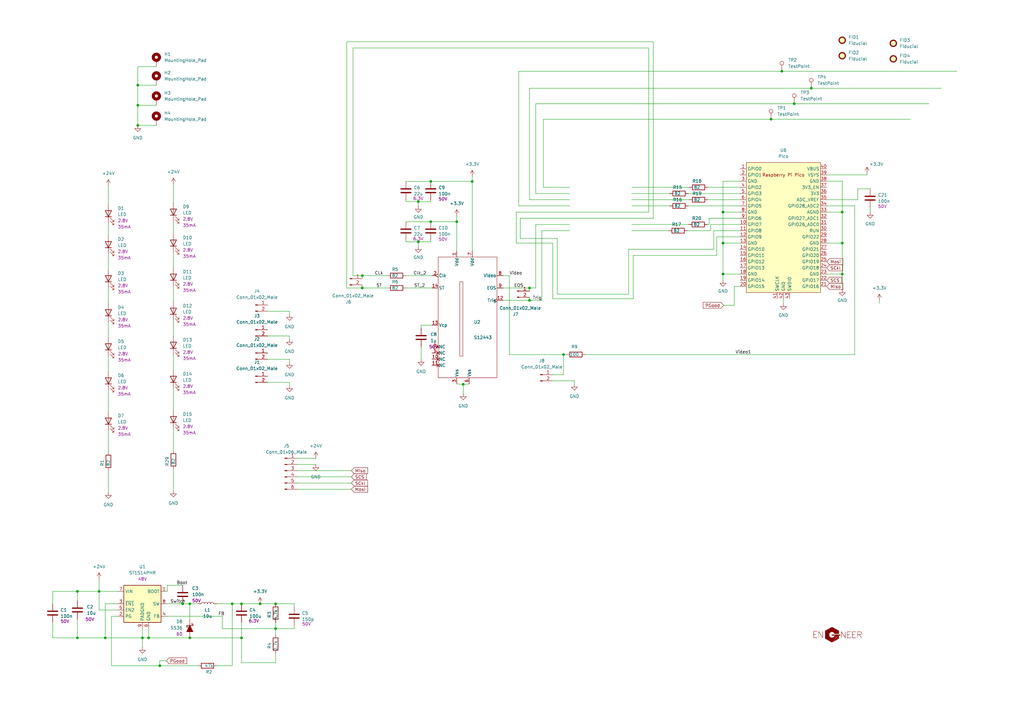
<source format=kicad_sch>
(kicad_sch (version 20211123) (generator eeschema)
  (paper "A3")
  (title_block (title "High Precision Position Sensor Minimal") (date "2023-03-10") (rev "1") (company "enGYneer") (comment 2 "www.gyurma.de") (comment 3 "www.enGYneer.at"))
  (junction (at 113.03 247.65))
  (junction (at 345.44 86.995))
  (junction (at 148.59 113.03))
  (junction (at 193.675 74.422))
  (junction (at 296.545 86.995))
  (junction (at 217.17 118.11))
  (junction (at 113.03 257.81))
  (junction (at 56.515 43.18))
  (junction (at 316.23 48.895))
  (junction (at 99.06 261.62))
  (junction (at 106.68 247.65))
  (junction (at 320.675 29.21))
  (junction (at 58.42 261.62))
  (junction (at 60.96 261.62))
  (junction (at 187.325 90.932))
  (junction (at 345.44 112.395))
  (junction (at 296.545 99.695))
  (junction (at 231.14 145.415))
  (junction (at 99.06 247.65))
  (junction (at 31.75 242.57))
  (junction (at 325.755 42.545))
  (junction (at 171.577 99.187))
  (junction (at 189.992 157.607))
  (junction (at 77.851 247.65))
  (junction (at 176.657 74.422))
  (junction (at 43.18 261.62))
  (junction (at 95.25 247.65))
  (junction (at 74.93 247.65))
  (junction (at 148.59 118.11))
  (junction (at 77.851 261.62))
  (junction (at 56.515 34.925))
  (junction (at 56.515 51.435))
  (junction (at 31.75 261.62))
  (junction (at 332.74 36.195))
  (junction (at 65.532 273.05))
  (junction (at 217.17 123.19))
  (junction (at 40.64 242.57))
  (junction (at 296.545 112.395))
  (junction (at 345.44 99.695))
  (junction (at 176.657 90.932))
  (junction (at 171.577 82.677))
  (wire (pts (xy 208.915 145.415) (xy 231.14 145.415)))
  (wire (pts (xy 77.851 261.62) (xy 99.06 261.62)))
  (wire (pts (xy 345.44 99.695) (xy 339.09 99.695)))
  (wire (pts (xy 44.45 118.11) (xy 44.45 124.46)))
  (wire (pts (xy 121.92 190.5) (xy 129.54 190.5)))
  (wire (pts (xy 176.657 99.187) (xy 171.577 99.187)))
  (wire (pts (xy 44.45 132.08) (xy 44.45 138.43)))
  (wire (pts (xy 64.135 51.435) (xy 56.515 51.435)))
  (wire (pts (xy 296.545 86.995) (xy 303.53 86.995)))
  (wire (pts (xy 148.59 118.11) (xy 158.877 118.11)))
  (wire (pts (xy 71.12 145.415) (xy 71.12 151.765)))
  (wire (pts (xy 113.03 267.97) (xy 113.03 271.78)))
  (wire (pts (xy 21.59 242.57) (xy 31.75 242.57)))
  (wire (pts (xy 296.545 112.395) (xy 303.53 112.395)))
  (wire (pts (xy 320.675 29.21) (xy 212.725 29.21)))
  (wire (pts (xy 56.515 51.435) (xy 56.515 43.18)))
  (wire (pts (xy 211.709 86.995) (xy 211.709 99.695)))
  (wire (pts (xy 219.71 92.075) (xy 219.71 118.11)))
  (wire (pts (xy 290.83 92.075) (xy 290.83 89.535)))
  (wire (pts (xy 172.72 134.62) (xy 172.72 133.35)))
  (wire (pts (xy 95.25 247.65) (xy 95.25 273.05)))
  (wire (pts (xy 226.695 153.67) (xy 231.14 153.67)))
  (wire (pts (xy 259.08 79.375) (xy 274.701 79.375)))
  (wire (pts (xy 71.12 192.405) (xy 71.12 201.295)))
  (wire (pts (xy 189.992 161.417) (xy 189.992 157.607)))
  (wire (pts (xy 21.59 261.62) (xy 31.75 261.62)))
  (wire (pts (xy 321.31 122.555) (xy 321.31 124.46)))
  (wire (pts (xy 144.78 19.685) (xy 266.065 19.685)))
  (wire (pts (xy 350.52 84.455) (xy 350.52 145.415)))
  (wire (pts (xy 60.96 257.81) (xy 60.96 261.62)))
  (wire (pts (xy 325.755 42.545) (xy 219.71 42.545)))
  (wire (pts (xy 109.855 147.32) (xy 118.745 147.32)))
  (wire (pts (xy 31.75 242.57) (xy 40.64 242.57)))
  (wire (pts (xy 148.59 113.03) (xy 148.59 114.3)))
  (wire (pts (xy 118.745 128.905) (xy 118.745 127.635)))
  (wire (pts (xy 109.855 156.845) (xy 118.745 156.845)))
  (wire (pts (xy 294.005 97.155) (xy 294.005 104.775)))
  (wire (pts (xy 31.75 246.38) (xy 31.75 242.57)))
  (wire (pts (xy 40.64 242.57) (xy 40.64 250.19)))
  (wire (pts (xy 291.465 92.075) (xy 303.53 92.075)))
  (wire (pts (xy 345.44 112.395) (xy 345.44 99.695)))
  (wire (pts (xy 217.17 118.11) (xy 219.71 118.11)))
  (wire (pts (xy 40.64 237.49) (xy 40.64 242.57)))
  (wire (pts (xy 211.709 86.995) (xy 266.065 86.995)))
  (wire (pts (xy 187.325 88.519) (xy 187.325 90.932)))
  (wire (pts (xy 257.81 102.235) (xy 257.81 120.65)))
  (wire (pts (xy 77.851 247.65) (xy 81.28 247.65)))
  (wire (pts (xy 99.06 271.78) (xy 99.06 261.62)))
  (wire (pts (xy 303.53 94.615) (xy 292.735 94.615)))
  (wire (pts (xy 172.72 133.35) (xy 177.165 133.35)))
  (wire (pts (xy 259.715 122.555) (xy 259.715 104.775)))
  (wire (pts (xy 120.65 257.81) (xy 113.03 257.81)))
  (wire (pts (xy 228.6 120.65) (xy 228.6 97.79)))
  (wire (pts (xy 45.72 252.73) (xy 48.26 252.73)))
  (wire (pts (xy 222.25 123.19) (xy 217.17 123.19)))
  (wire (pts (xy 176.657 98.552) (xy 176.657 99.187)))
  (wire (pts (xy 345.44 99.695) (xy 345.44 86.995)))
  (wire (pts (xy 189.992 157.607) (xy 192.405 157.48)))
  (wire (pts (xy 58.42 261.62) (xy 60.96 261.62)))
  (wire (pts (xy 142.24 118.11) (xy 148.59 118.11)))
  (wire (pts (xy 187.325 102.87) (xy 187.325 90.932)))
  (wire (pts (xy 176.657 82.042) (xy 176.657 82.677)))
  (wire (pts (xy 226.695 122.555) (xy 259.715 122.555)))
  (wire (pts (xy 21.59 247.65) (xy 21.59 242.57)))
  (wire (pts (xy 226.695 99.695) (xy 226.695 122.555)))
  (wire (pts (xy 176.657 90.932) (xy 187.325 90.932)))
  (wire (pts (xy 166.497 113.03) (xy 177.165 113.03)))
  (wire (pts (xy 219.71 92.075) (xy 233.68 92.075)))
  (wire (pts (xy 68.199 271.018) (xy 65.532 271.018)))
  (wire (pts (xy 77.851 247.65) (xy 77.851 254)))
  (wire (pts (xy 113.03 257.81) (xy 113.03 260.35)))
  (wire (pts (xy 166.497 74.422) (xy 176.657 74.422)))
  (wire (pts (xy 213.36 89.535) (xy 267.97 89.535)))
  (wire (pts (xy 58.42 261.62) (xy 58.42 265.43)))
  (wire (pts (xy 44.45 146.05) (xy 44.45 152.4)))
  (wire (pts (xy 301.117 125.222) (xy 296.799 125.222)))
  (wire (pts (xy 99.06 247.65) (xy 106.68 247.65)))
  (wire (pts (xy 282.321 84.455) (xy 303.53 84.455)))
  (wire (pts (xy 171.577 84.582) (xy 171.577 82.677)))
  (wire (pts (xy 345.44 86.995) (xy 339.09 86.995)))
  (wire (pts (xy 219.71 79.375) (xy 233.68 79.375)))
  (wire (pts (xy 193.675 72.39) (xy 193.675 74.422)))
  (wire (pts (xy 231.14 145.415) (xy 231.14 153.67)))
  (wire (pts (xy 121.92 195.58) (xy 144.145 195.58)))
  (wire (pts (xy 120.65 256.54) (xy 120.65 257.81)))
  (wire (pts (xy 88.9 273.05) (xy 95.25 273.05)))
  (wire (pts (xy 356.87 85.09) (xy 356.87 86.995)))
  (wire (pts (xy 339.09 71.755) (xy 355.6 71.755)))
  (wire (pts (xy 303.53 97.155) (xy 294.005 97.155)))
  (wire (pts (xy 158.877 113.03) (xy 148.59 113.03)))
  (wire (pts (xy 171.577 101.092) (xy 171.577 99.187)))
  (wire (pts (xy 206.375 118.11) (xy 217.17 118.11)))
  (wire (pts (xy 144.78 113.03) (xy 144.78 19.685)))
  (wire (pts (xy 172.72 142.24) (xy 172.72 147.32)))
  (wire (pts (xy 71.12 131.445) (xy 71.12 137.795)))
  (wire (pts (xy 56.515 27.305) (xy 56.515 34.925)))
  (wire (pts (xy 259.715 104.775) (xy 294.005 104.775)))
  (wire (pts (xy 91.186 257.81) (xy 91.186 252.73)))
  (wire (pts (xy 217.17 36.195) (xy 332.74 36.195)))
  (wire (pts (xy 71.12 90.805) (xy 71.12 95.885)))
  (wire (pts (xy 64.135 27.305) (xy 56.515 27.305)))
  (wire (pts (xy 259.08 81.915) (xy 282.702 81.915)))
  (wire (pts (xy 113.03 271.78) (xy 99.06 271.78)))
  (wire (pts (xy 166.497 118.11) (xy 177.165 118.11)))
  (wire (pts (xy 58.42 257.81) (xy 58.42 261.62)))
  (wire (pts (xy 44.45 176.53) (xy 44.45 185.42)))
  (wire (pts (xy 219.71 42.545) (xy 219.71 79.375)))
  (wire (pts (xy 350.52 84.455) (xy 339.09 84.455)))
  (wire (pts (xy 360.68 123.19) (xy 360.68 124.46)))
  (wire (pts (xy 148.59 113.03) (xy 144.78 113.03)))
  (wire (pts (xy 291.465 94.615) (xy 291.465 92.075)))
  (wire (pts (xy 259.08 76.835) (xy 282.702 76.835)))
  (wire (pts (xy 267.97 17.145) (xy 142.24 17.145)))
  (wire (pts (xy 148.59 116.84) (xy 148.59 118.11)))
  (wire (pts (xy 64.135 43.18) (xy 56.515 43.18)))
  (wire (pts (xy 290.195 92.075) (xy 290.83 92.075)))
  (wire (pts (xy 88.9 247.65) (xy 95.25 247.65)))
  (wire (pts (xy 44.45 160.02) (xy 44.45 168.91)))
  (wire (pts (xy 44.45 193.04) (xy 44.45 201.93)))
  (wire (pts (xy 44.45 104.14) (xy 44.45 110.49)))
  (wire (pts (xy 296.545 114.935) (xy 296.545 112.395)))
  (wire (pts (xy 74.93 247.65) (xy 77.851 247.65)))
  (wire (pts (xy 240.03 145.415) (xy 350.52 145.415)))
  (wire (pts (xy 345.44 118.745) (xy 345.44 112.395)))
  (wire (pts (xy 113.03 255.27) (xy 113.03 257.81)))
  (wire (pts (xy 282.321 79.375) (xy 303.53 79.375)))
  (wire (pts (xy 345.44 112.395) (xy 339.09 112.395)))
  (wire (pts (xy 217.17 123.19) (xy 206.375 123.19)))
  (wire (pts (xy 356.87 77.47) (xy 351.79 77.47)))
  (wire (pts (xy 267.97 89.535) (xy 267.97 17.145)))
  (wire (pts (xy 316.23 48.895) (xy 222.885 48.895)))
  (wire (pts (xy 118.745 139.065) (xy 118.745 137.795)))
  (wire (pts (xy 68.58 247.65) (xy 74.93 247.65)))
  (wire (pts (xy 71.12 159.385) (xy 71.12 168.275)))
  (wire (pts (xy 166.497 82.677) (xy 166.497 82.042)))
  (wire (pts (xy 65.532 273.05) (xy 81.28 273.05)))
  (wire (pts (xy 292.735 94.615) (xy 292.735 102.235)))
  (wire (pts (xy 296.545 99.695) (xy 303.53 99.695)))
  (wire (pts (xy 60.96 261.62) (xy 77.851 261.62)))
  (wire (pts (xy 303.53 117.475) (xy 301.117 117.475)))
  (wire (pts (xy 171.577 82.677) (xy 166.497 82.677)))
  (wire (pts (xy 142.24 17.145) (xy 142.24 118.11)))
  (wire (pts (xy 21.59 255.27) (xy 21.59 261.62)))
  (wire (pts (xy 292.735 102.235) (xy 257.81 102.235)))
  (wire (pts (xy 226.695 156.21) (xy 235.585 156.21)))
  (wire (pts (xy 71.12 75.565) (xy 71.12 83.185)))
  (wire (pts (xy 211.709 99.695) (xy 226.695 99.695)))
  (wire (pts (xy 68.58 242.57) (xy 68.58 240.03)))
  (wire (pts (xy 217.17 81.915) (xy 217.17 36.195)))
  (wire (pts (xy 43.18 247.65) (xy 48.26 247.65)))
  (wire (pts (xy 373.38 48.895) (xy 316.23 48.895)))
  (wire (pts (xy 212.725 29.21) (xy 212.725 84.455)))
  (wire (pts (xy 31.75 254) (xy 31.75 261.62)))
  (wire (pts (xy 290.83 89.535) (xy 303.53 89.535)))
  (wire (pts (xy 171.577 99.187) (xy 166.497 99.187)))
  (wire (pts (xy 113.03 247.65) (xy 120.65 247.65)))
  (wire (pts (xy 212.725 84.455) (xy 233.68 84.455)))
  (wire (pts (xy 71.12 103.505) (xy 71.12 109.855)))
  (wire (pts (xy 208.915 113.03) (xy 208.915 145.415)))
  (wire (pts (xy 45.72 273.05) (xy 65.532 273.05)))
  (wire (pts (xy 56.515 34.925) (xy 64.135 34.925)))
  (wire (pts (xy 296.545 112.395) (xy 296.545 99.695)))
  (wire (pts (xy 166.497 99.187) (xy 166.497 98.552)))
  (wire (pts (xy 45.72 273.05) (xy 45.72 252.73)))
  (wire (pts (xy 121.92 198.12) (xy 144.145 198.12)))
  (wire (pts (xy 43.18 261.62) (xy 58.42 261.62)))
  (wire (pts (xy 259.08 84.455) (xy 274.701 84.455)))
  (wire (pts (xy 345.44 74.295) (xy 339.09 74.295)))
  (wire (pts (xy 166.497 90.932) (xy 176.657 90.932)))
  (wire (pts (xy 296.545 99.695) (xy 296.545 86.995)))
  (wire (pts (xy 351.79 81.915) (xy 339.09 81.915)))
  (wire (pts (xy 345.44 86.995) (xy 345.44 74.295)))
  (wire (pts (xy 235.585 157.48) (xy 235.585 156.21)))
  (wire (pts (xy 193.675 74.422) (xy 176.657 74.422)))
  (wire (pts (xy 296.545 74.295) (xy 303.53 74.295)))
  (wire (pts (xy 31.75 261.62) (xy 43.18 261.62)))
  (wire (pts (xy 109.855 127.635) (xy 118.745 127.635)))
  (wire (pts (xy 44.45 76.2) (xy 44.45 83.82)))
  (wire (pts (xy 43.18 247.65) (xy 43.18 261.62)))
  (wire (pts (xy 259.08 94.615) (xy 274.32 94.615)))
  (wire (pts (xy 118.745 158.115) (xy 118.745 156.845)))
  (wire (pts (xy 176.657 82.677) (xy 171.577 82.677)))
  (wire (pts (xy 40.64 242.57) (xy 48.26 242.57)))
  (wire (pts (xy 217.17 121.92) (xy 217.17 123.19)))
  (wire (pts (xy 71.12 117.475) (xy 71.12 123.825)))
  (wire (pts (xy 296.545 86.995) (xy 296.545 74.295)))
  (wire (pts (xy 222.885 76.835) (xy 233.68 76.835)))
  (wire (pts (xy 106.68 247.65) (xy 113.03 247.65)))
  (wire (pts (xy 118.745 148.59) (xy 118.745 147.32)))
  (wire (pts (xy 257.81 120.65) (xy 228.6 120.65)))
  (wire (pts (xy 290.322 76.835) (xy 303.53 76.835)))
  (wire (pts (xy 222.25 94.615) (xy 222.25 123.19)))
  (wire (pts (xy 213.36 97.79) (xy 213.36 89.535)))
  (wire (pts (xy 99.06 255.27) (xy 99.06 261.62)))
  (wire (pts (xy 95.25 247.65) (xy 99.06 247.65)))
  (wire (pts (xy 259.08 92.075) (xy 282.575 92.075)))
  (wire (pts (xy 332.74 36.195) (xy 386.08 36.195)))
  (wire (pts (xy 193.675 102.87) (xy 193.675 74.422)))
  (wire (pts (xy 233.68 94.615) (xy 222.25 94.615)))
  (wire (pts (xy 392.43 29.21) (xy 320.675 29.21)))
  (wire (pts (xy 355.6 71.755) (xy 355.6 71.12)))
  (wire (pts (xy 351.79 77.47) (xy 351.79 81.915)))
  (wire (pts (xy 48.26 250.19) (xy 40.64 250.19)))
  (wire (pts (xy 266.065 19.685) (xy 266.065 86.995)))
  (wire (pts (xy 233.68 81.915) (xy 217.17 81.915)))
  (wire (pts (xy 91.186 252.73) (xy 68.58 252.73)))
  (wire (pts (xy 217.17 118.11) (xy 217.17 119.38)))
  (wire (pts (xy 65.532 271.018) (xy 65.532 273.05)))
  (wire (pts (xy 91.186 257.81) (xy 113.03 257.81)))
  (wire (pts (xy 109.855 137.795) (xy 118.745 137.795)))
  (wire (pts (xy 290.322 81.915) (xy 303.53 81.915)))
  (wire (pts (xy 121.92 200.66) (xy 144.145 200.66)))
  (wire (pts (xy 71.12 175.895) (xy 71.12 184.785)))
  (wire (pts (xy 121.92 187.96) (xy 129.54 187.96)))
  (wire (pts (xy 381 42.545) (xy 325.755 42.545)))
  (wire (pts (xy 301.117 117.475) (xy 301.117 125.222)))
  (wire (pts (xy 228.6 97.79) (xy 213.36 97.79)))
  (wire (pts (xy 68.58 240.03) (xy 74.93 240.03)))
  (wire (pts (xy 120.65 248.92) (xy 120.65 247.65)))
  (wire (pts (xy 187.325 157.48) (xy 189.992 157.607)))
  (wire (pts (xy 56.515 43.18) (xy 56.515 34.925)))
  (wire (pts (xy 121.92 193.04) (xy 144.145 193.04)))
  (wire (pts (xy 206.375 113.03) (xy 208.915 113.03)))
  (wire (pts (xy 222.885 48.895) (xy 222.885 76.835)))
  (wire (pts (xy 231.14 145.415) (xy 232.41 145.415)))
  (wire (pts (xy 44.45 91.44) (xy 44.45 96.52)))
  (wire (pts (xy 281.94 94.615) (xy 291.465 94.615)))
  (label "ST" (at 154.305 118.11 0))
  (label "ST_2" (at 169.799 118.11 0))
  (label "Switch" (at 69.85 247.65 0))
  (label "FB" (at 89.535 252.73 0))
  (label "Video1" (at 301.625 145.415 0))
  (label "Video" (at 208.915 113.03 0))
  (label "EOS" (at 210.82 118.11 0))
  (label "Clk_2" (at 169.545 113.03 0))
  (label "Boot" (at 72.39 240.03 0))
  (label "Trig" (at 218.44 123.19 0))
  (label "CLk" (at 153.67 113.03 0))
  (global_label "SCS" (shape input) (at 144.145 195.58 0) (property "Intersheet References" "${INTERSHEET_REFS}" (effects hide)))
  (global_label "SCkl" (shape input) (at 339.09 109.855 0) (property "Intersheet References" "${INTERSHEET_REFS}" (effects hide)))
  (global_label "Mosi" (shape input) (at 339.09 107.315 0) (property "Intersheet References" "${INTERSHEET_REFS}" (effects hide)))
  (global_label "SCkl" (shape input) (at 144.145 198.12 0) (property "Intersheet References" "${INTERSHEET_REFS}" (effects hide)))
  (global_label "Miso" (shape input) (at 144.145 193.04 0) (property "Intersheet References" "${INTERSHEET_REFS}" (effects hide)))
  (global_label "PGood" (shape input) (at 68.199 271.018 0) (property "Intersheet References" "${INTERSHEET_REFS}" (effects hide)))
  (global_label "Mosi" (shape input) (at 144.145 200.66 0) (property "Intersheet References" "${INTERSHEET_REFS}" (effects hide)))
  (global_label "Miso" (shape input) (at 339.09 117.475 0) (property "Intersheet References" "${INTERSHEET_REFS}" (effects hide)))
  (global_label "SCS" (shape input) (at 339.09 114.935 0) (property "Intersheet References" "${INTERSHEET_REFS}" (effects hide)))
  (global_label "PGood" (shape input) (at 296.799 125.222 180) (property "Intersheet References" "${INTERSHEET_REFS}" (effects hide)))
  (symbol (lib_id "Connector:Conn_01x02_Male") (at 212.09 119.38 0) (unit 1)
    (property "Reference" "J7" (at 211.455 128.905 0))
    (property "Value" "Conn_01x02_Male" (at 213.36 126.365 0))
    (property "Footprint" "Connector_PinHeader_2.54mm:PinHeader_1x02_P2.54mm_Vertical" (effects hide))
    (property "Mounting" "DNP" (effects hide))
  )
  (symbol (lib_id "Mechanical:Fiducial") (at 366.395 17.78 0) (unit 1)
    (property "Reference" "FID3" (at 368.935 16.5099 0) (effects (justify left)))
    (property "Value" "Fiducial" (at 368.935 19.0499 0) (effects (justify left)))
    (property "Footprint" "Fiducial:Fiducial_1mm_Mask2mm" (effects hide))
    (property "Mounting" "DNP" (effects hide))
  )
  (symbol (lib_id "Device:LED") (at 71.12 127.635 90) (unit 1)
    (property "Reference" "D12" (at 74.93 125.4124 90) (effects (justify right)))
    (property "Value" "LED" (at 74.93 127.9524 90) (effects (justify right)))
    (property "Footprint" "LED_SMD:LED_0603_1608Metric_Pad1.05x0.95mm_HandSolder" (effects hide))
    (property "Datasheet" "https://datasheet.lcsc.com/lcsc/1811101510_Everlight-Elec-19-217-BHC-ZL1M2RY-3T_C72041.pdf" (effects hide))
    (property "Sourcing" "JLCPCB" (effects hide))
    (property "Umax" "2.8V" (at 74.93 130.4924 90) (effects (justify right)))
    (property "I" "35mA" (at 74.93 133.0324 90) (effects (justify right)))
    (property "Manufacturer" "Everlight" (effects hide))
    (property "ManufacturerPartNum" "19-217/BHC-ZL1M2RY/3T" (effects hide))
    (property "SourcingPartNum" "C72041" (effects hide))
  )
  (symbol (lib_id "Connector:TestPoint") (at 320.675 29.21 0) (unit 1)
    (property "Reference" "TP2" (at 323.215 24.6379 0) (effects (justify left)))
    (property "Value" "TestPoint" (at 323.215 27.1779 0) (effects (justify left)))
    (property "Footprint" "TestPoint:TestPoint_THTPad_D1.5mm_Drill0.7mm" (effects hide))
    (property "Mounting" "DNP" (effects hide))
  )
  (symbol (lib_name "GND_3") (lib_id "power:GND") (at 56.515 51.435 0) (unit 1)
    (property "Reference" "#PWR0105" (effects hide))
    (property "Value" "GND" (at 56.515 56.515 0))
  )
  (symbol (lib_id "Device:LED") (at 44.45 142.24 90) (unit 1)
    (property "Reference" "D5" (at 48.26 140.0174 90) (effects (justify right)))
    (property "Value" "LED" (at 48.26 142.5574 90) (effects (justify right)))
    (property "Footprint" "LED_SMD:LED_0603_1608Metric_Pad1.05x0.95mm_HandSolder" (effects hide))
    (property "Datasheet" "https://datasheet.lcsc.com/lcsc/1811101510_Everlight-Elec-19-217-BHC-ZL1M2RY-3T_C72041.pdf" (effects hide))
    (property "Sourcing" "JLCPCB" (effects hide))
    (property "Umax" "2.8V" (at 48.26 145.0974 90) (effects (justify right)))
    (property "I" "35mA" (at 48.26 147.6374 90) (effects (justify right)))
    (property "Manufacturer" "Everlight" (effects hide))
    (property "ManufacturerPartNum" "19-217/BHC-ZL1M2RY/3T" (effects hide))
    (property "SourcingPartNum" "C72041" (effects hide))
  )
  (symbol (lib_id "Device:LED") (at 44.45 128.27 90) (unit 1)
    (property "Reference" "D4" (at 48.26 126.0474 90) (effects (justify right)))
    (property "Value" "LED" (at 48.26 128.5874 90) (effects (justify right)))
    (property "Footprint" "LED_SMD:LED_0603_1608Metric_Pad1.05x0.95mm_HandSolder" (effects hide))
    (property "Datasheet" "https://datasheet.lcsc.com/lcsc/1811101510_Everlight-Elec-19-217-BHC-ZL1M2RY-3T_C72041.pdf" (effects hide))
    (property "Sourcing" "JLCPCB" (effects hide))
    (property "Umax" "2.8V" (at 48.26 131.1274 90) (effects (justify right)))
    (property "I" "35mA" (at 48.26 133.6674 90) (effects (justify right)))
    (property "Manufacturer" "Everlight" (effects hide))
    (property "ManufacturerPartNum" "19-217/BHC-ZL1M2RY/3T" (effects hide))
    (property "SourcingPartNum" "C72041" (effects hide))
  )
  (symbol (lib_id "Regulator_Switching:ST1S14PHR") (at 58.42 247.65 0) (unit 1)
    (property "Reference" "U1" (at 58.42 232.41 0))
    (property "Value" "ST1S14PHR" (at 58.42 234.95 0))
    (property "Footprint" "Package_SO:TI_SO-PowerPAD-8" (effects hide))
    (property "Datasheet" "http://www.st.com/internet/com/TECHNICAL_RESOURCES/TECHNICAL_LITERATURE/DATASHEET/CD00285678.pdf" (effects hide))
    (property "Manufacturer" "STMicroelectronics" (effects hide))
    (property "ManufacturerPartNum" "ST1S14PHR" (effects hide))
    (property "Sourcing" "JLCPCB" (effects hide))
    (property "SourcingPartNum" "C84130" (effects hide))
    (property "Umax" "48V" (at 58.42 237.49 0))
  )
  (symbol (lib_id "Connector:TestPoint") (at 316.23 48.895 0) (unit 1)
    (property "Reference" "TP1" (at 318.77 44.3229 0) (effects (justify left)))
    (property "Value" "TestPoint" (at 318.77 46.8629 0) (effects (justify left)))
    (property "Footprint" "TestPoint:TestPoint_THTPad_D1.5mm_Drill0.7mm" (effects hide))
    (property "Mounting" "DNP" (effects hide))
  )
  (symbol (lib_id "Device:LED") (at 44.45 156.21 90) (unit 1)
    (property "Reference" "D6" (at 48.26 153.9874 90) (effects (justify right)))
    (property "Value" "LED" (at 48.26 156.5274 90) (effects (justify right)))
    (property "Footprint" "LED_SMD:LED_0603_1608Metric_Pad1.05x0.95mm_HandSolder" (effects hide))
    (property "Datasheet" "https://datasheet.lcsc.com/lcsc/1811101510_Everlight-Elec-19-217-BHC-ZL1M2RY-3T_C72041.pdf" (effects hide))
    (property "Sourcing" "JLCPCB" (effects hide))
    (property "Umax" "2.8V" (at 48.26 159.0674 90) (effects (justify right)))
    (property "I" "35mA" (at 48.26 161.6074 90) (effects (justify right)))
    (property "Manufacturer" "Everlight" (effects hide))
    (property "ManufacturerPartNum" "19-217/BHC-ZL1M2RY/3T" (effects hide))
    (property "SourcingPartNum" "C72041" (effects hide))
  )
  (symbol (lib_id "Device:LED") (at 71.12 99.695 90) (unit 1)
    (property "Reference" "D10" (at 74.93 97.4724 90) (effects (justify right)))
    (property "Value" "LED" (at 74.93 100.0124 90) (effects (justify right)))
    (property "Footprint" "LED_SMD:LED_0603_1608Metric_Pad1.05x0.95mm_HandSolder" (effects hide))
    (property "Datasheet" "https://datasheet.lcsc.com/lcsc/1811101510_Everlight-Elec-19-217-BHC-ZL1M2RY-3T_C72041.pdf" (effects hide))
    (property "Sourcing" "JLCPCB" (effects hide))
    (property "Umax" "2.8V" (at 74.93 102.5524 90) (effects (justify right)))
    (property "I" "35mA" (at 74.93 105.0924 90) (effects (justify right)))
    (property "Manufacturer" "Everlight" (effects hide))
    (property "ManufacturerPartNum" "19-217/BHC-ZL1M2RY/3T" (effects hide))
    (property "SourcingPartNum" "C72041" (effects hide))
  )
  (symbol (lib_id "power:GND") (at 356.87 86.995 0) (unit 1)
    (property "Reference" "#PWR033" (effects hide))
    (property "Value" "GND" (at 356.87 91.821 0))
  )
  (symbol (lib_id "power:GND") (at 189.992 161.417 0) (unit 1)
    (property "Reference" "#PWR010" (effects hide))
    (property "Value" "GND" (at 189.992 166.497 0))
  )
  (symbol (lib_id "Device:R") (at 286.385 92.075 90) (unit 1)
    (property "Reference" "R20" (at 285.75 89.535 90))
    (property "Value" "82" (at 285.75 92.075 90))
    (property "Footprint" "Resistor_SMD:R_0603_1608Metric" (effects hide))
    (property "Datasheet" "https://datasheet.lcsc.com/lcsc/2206010100_UNI-ROYAL-Uniroyal-Elec-0603WAF820JT5E_C23255.pdf" (effects hide))
    (property "Manufacturer" "UNI-ROYAL" (effects hide))
    (property "ManufacturerPartNum" "0603WAF820JT5E" (effects hide))
    (property "Sourcing" "JLCPCB" (effects hide))
    (property "SourcingPartNum" "C23255" (effects hide))
  )
  (symbol (lib_id "Mechanical:MountingHole_Pad") (at 64.135 32.385 0) (unit 1)
    (property "Reference" "H2" (at 67.31 29.8449 0) (effects (justify left)))
    (property "Value" "MountingHole_Pad" (at 67.31 32.3849 0) (effects (justify left)))
    (property "Footprint" "MountingHole:MountingHole_3.2mm_M3_Pad" (effects hide))
    (property "Mounting" "DNP" (effects hide))
  )
  (symbol (lib_id "power:GND") (at 171.577 101.092 0) (unit 1)
    (property "Reference" "#PWR07" (effects hide))
    (property "Value" "GND" (at 171.577 105.537 0))
  )
  (symbol (lib_id "Device:LED") (at 71.12 155.575 90) (unit 1)
    (property "Reference" "D14" (at 74.93 153.3524 90) (effects (justify right)))
    (property "Value" "LED" (at 74.93 155.8924 90) (effects (justify right)))
    (property "Footprint" "LED_SMD:LED_0603_1608Metric_Pad1.05x0.95mm_HandSolder" (effects hide))
    (property "Datasheet" "https://datasheet.lcsc.com/lcsc/1811101510_Everlight-Elec-19-217-BHC-ZL1M2RY-3T_C72041.pdf" (effects hide))
    (property "Sourcing" "JLCPCB" (effects hide))
    (property "Umax" "2.8V" (at 74.93 158.4324 90) (effects (justify right)))
    (property "I" "35mA" (at 74.93 160.9724 90) (effects (justify right)))
    (property "Manufacturer" "Everlight" (effects hide))
    (property "ManufacturerPartNum" "19-217/BHC-ZL1M2RY/3T" (effects hide))
    (property "SourcingPartNum" "C72041" (effects hide))
  )
  (symbol (lib_id "power:+3.3V") (at 355.6 71.12 0) (unit 1)
    (property "Reference" "#PWR032" (effects hide))
    (property "Value" "+3.3V" (at 359.41 67.31 0))
  )
  (symbol (lib_name "GND_1") (lib_id "power:GND") (at 129.54 190.5 0) (unit 1)
    (property "Reference" "#PWR0104" (effects hide))
    (property "Value" "GND" (at 129.54 195.58 0))
  )
  (symbol (lib_id "Pico:Pico") (at 321.31 93.345 0) (unit 1)
    (property "Reference" "U6" (at 321.31 61.595 0))
    (property "Value" "Pico" (at 321.31 64.135 0))
    (property "Footprint" "Pico:RPi_Pico_SMD_TH" (effects hide))
    (property "Datasheet" "https://datasheets.raspberrypi.com/pico/pico-datasheet.pdf" (effects hide))
    (property "Manufacturer" "rpi" (effects hide))
    (property "Mounting" "DNP" (effects hide))
  )
  (symbol (lib_id "power:+24V") (at 44.45 76.2 0) (unit 1)
    (property "Reference" "#PWR02" (effects hide))
    (property "Value" "+24V" (at 44.45 71.12 0))
  )
  (symbol (lib_id "Device:LED") (at 71.12 172.085 90) (unit 1)
    (property "Reference" "D15" (at 74.93 169.8624 90) (effects (justify right)))
    (property "Value" "LED" (at 74.93 172.4024 90) (effects (justify right)))
    (property "Footprint" "LED_SMD:LED_0603_1608Metric_Pad1.05x0.95mm_HandSolder" (effects hide))
    (property "Datasheet" "https://datasheet.lcsc.com/lcsc/1811101510_Everlight-Elec-19-217-BHC-ZL1M2RY-3T_C72041.pdf" (effects hide))
    (property "Sourcing" "JLCPCB" (effects hide))
    (property "Umax" "2.8V" (at 74.93 174.9424 90) (effects (justify right)))
    (property "I" "35mA" (at 74.93 177.4824 90) (effects (justify right)))
    (property "Manufacturer" "Everlight" (effects hide))
    (property "ManufacturerPartNum" "19-217/BHC-ZL1M2RY/3T" (effects hide))
    (property "SourcingPartNum" "C72041" (effects hide))
  )
  (symbol (lib_id "Sensor CMOS:S12443") (at 189.865 100.33 0) (unit 1)
    (property "Reference" "U2" (at 194.31 132.08 0) (effects (justify left)))
    (property "Value" "S12443" (at 194.31 138.43 0) (effects (justify left)))
    (property "Footprint" "SensorLibrary:s12443" (effects hide))
    (property "Datasheet" "https://www.hamamatsu.com/content/dam/hamamatsu-photonics/sites/documents/99_SALES_LIBRARY/ssd/s12443_kmpd1137e.pdf" (effects hide))
    (property "Manufacturer" "Hamamatsu" (effects hide))
    (property "ManufacturerPartNum" "S12443" (effects hide))
    (property "Mounting" "DNP" (effects hide))
  )
  (symbol (lib_id "Device:C") (at 120.65 252.73 0) (unit 1)
    (property "Reference" "C5" (at 123.825 251.4599 0) (effects (justify left)))
    (property "Value" "150p" (at 123.825 253.9999 0) (effects (justify left)))
    (property "Footprint" "Capacitor_SMD:C_0603_1608Metric" (effects hide))
    (property "Datasheet" "https://datasheet.lcsc.com/lcsc/1811061810_FH--Guangdong-Fenghua-Advanced-Tech-0603B151K500NT_C1594.pdf" (effects hide))
    (property "Manufacturer" "FH" (effects hide))
    (property "ManufacturerPartNum" "0603B151K500NT" (effects hide))
    (property "Sourcing" "JLCPCB" (effects hide))
    (property "SourcingPartNum" "C1594" (effects hide))
    (property "Umax" "50V" (at 125.73 255.905 0))
  )
  (symbol (lib_id "Device:R") (at 162.687 113.03 90) (unit 1)
    (property "Reference" "R5" (at 162.052 110.49 90))
    (property "Value" "82" (at 162.052 113.03 90))
    (property "Footprint" "Resistor_SMD:R_0603_1608Metric" (effects hide))
    (property "Datasheet" "https://datasheet.lcsc.com/lcsc/2206010100_UNI-ROYAL-Uniroyal-Elec-0603WAF820JT5E_C23255.pdf" (effects hide))
    (property "Manufacturer" "UNI-ROYAL" (effects hide))
    (property "ManufacturerPartNum" "0603WAF820JT5E" (effects hide))
    (property "Sourcing" "JLCPCB" (effects hide))
    (property "SourcingPartNum" "C23255" (effects hide))
  )
  (symbol (lib_id "Connector:Conn_01x02_Male") (at 221.615 153.67 0) (unit 1)
    (property "Reference" "J8" (at 222.25 147.955 0))
    (property "Value" "Conn_01x02_Male" (at 222.25 150.495 0))
    (property "Footprint" "Connector_PinHeader_2.54mm:PinHeader_1x02_P2.54mm_Vertical" (effects hide))
    (property "Mounting" "DNP" (effects hide))
  )
  (symbol (lib_id "Device:C") (at 99.06 251.46 0) (unit 1)
    (property "Reference" "C4" (at 102.235 250.1899 0) (effects (justify left)))
    (property "Value" "100u" (at 102.235 252.7299 0) (effects (justify left)))
    (property "Footprint" "Capacitor_SMD:C_1206_3216Metric_Pad1.33x1.80mm_HandSolder" (effects hide))
    (property "Datasheet" "https://datasheet.lcsc.com/lcsc/1811151138_Samsung-Electro-Mechanics-CL10A226MQ8NRNC_C59461.pdf" (effects hide))
    (property "Manufacturer" "Samsung" (effects hide))
    (property "ManufacturerPartNum" "CL31A107MQHNNNE" (effects hide))
    (property "Sourcing" "JLCPCB" (effects hide))
    (property "SourcingPartNum" "C15008" (effects hide))
    (property "Umax" "6.3V" (at 104.14 254.635 0))
  )
  (symbol (lib_id "Device:LED") (at 71.12 141.605 90) (unit 1)
    (property "Reference" "D13" (at 74.93 139.3824 90) (effects (justify right)))
    (property "Value" "LED" (at 74.93 141.9224 90) (effects (justify right)))
    (property "Footprint" "LED_SMD:LED_0603_1608Metric_Pad1.05x0.95mm_HandSolder" (effects hide))
    (property "Datasheet" "https://datasheet.lcsc.com/lcsc/1811101510_Everlight-Elec-19-217-BHC-ZL1M2RY-3T_C72041.pdf" (effects hide))
    (property "Sourcing" "JLCPCB" (effects hide))
    (property "Umax" "2.8V" (at 74.93 144.4624 90) (effects (justify right)))
    (property "I" "35mA" (at 74.93 147.0024 90) (effects (justify right)))
    (property "Manufacturer" "Everlight" (effects hide))
    (property "ManufacturerPartNum" "19-217/BHC-ZL1M2RY/3T" (effects hide))
    (property "SourcingPartNum" "C72041" (effects hide))
  )
  (symbol (lib_id "Device:R") (at 85.09 273.05 270) (unit 1)
    (property "Reference" "R2" (at 85.725 275.59 90))
    (property "Value" "47k" (at 85.725 273.05 90))
    (property "Footprint" "Resistor_SMD:R_0603_1608Metric" (effects hide))
    (property "Datasheet" "https://datasheet.lcsc.com/lcsc/2206010045_UNI-ROYAL-Uniroyal-Elec-0603WAF4702T5E_C25819.pdf" (effects hide))
    (property "Manufacturer" "UNI-ROYAL" (effects hide))
    (property "ManufacturerPartNum" "0603WAF4702T5E" (effects hide))
    (property "Sourcing" "JLCPCB" (effects hide))
    (property "SourcingPartNum" "C25819" (effects hide))
  )
  (symbol (lib_id "Device:LED") (at 44.45 87.63 90) (unit 1)
    (property "Reference" "D1" (at 48.26 85.4074 90) (effects (justify right)))
    (property "Value" "LED" (at 48.26 87.9474 90) (effects (justify right)))
    (property "Footprint" "LED_SMD:LED_0603_1608Metric_Pad1.05x0.95mm_HandSolder" (effects hide))
    (property "Datasheet" "https://datasheet.lcsc.com/lcsc/1811101510_Everlight-Elec-19-217-BHC-ZL1M2RY-3T_C72041.pdf" (effects hide))
    (property "Sourcing" "JLCPCB" (effects hide))
    (property "Umax" "2.8V" (at 48.26 90.4874 90) (effects (justify right)))
    (property "I" "35mA" (at 48.26 93.0274 90) (effects (justify right)))
    (property "Manufacturer" "Everlight" (effects hide))
    (property "ManufacturerPartNum" "19-217/BHC-ZL1M2RY/3T" (effects hide))
    (property "SourcingPartNum" "C72041" (effects hide))
  )
  (symbol (lib_id "power:GND") (at 345.44 118.745 0) (unit 1)
    (property "Reference" "#PWR031" (effects hide))
    (property "Value" "GND" (at 345.44 123.19 0))
  )
  (symbol (lib_id "Device:LED") (at 71.12 113.665 90) (unit 1)
    (property "Reference" "D11" (at 74.93 111.4424 90) (effects (justify right)))
    (property "Value" "LED" (at 74.93 113.9824 90) (effects (justify right)))
    (property "Footprint" "LED_SMD:LED_0603_1608Metric_Pad1.05x0.95mm_HandSolder" (effects hide))
    (property "Datasheet" "https://datasheet.lcsc.com/lcsc/1811101510_Everlight-Elec-19-217-BHC-ZL1M2RY-3T_C72041.pdf" (effects hide))
    (property "Sourcing" "JLCPCB" (effects hide))
    (property "Umax" "2.8V" (at 74.93 116.5224 90) (effects (justify right)))
    (property "I" "35mA" (at 74.93 119.0624 90) (effects (justify right)))
    (property "Manufacturer" "Everlight" (effects hide))
    (property "ManufacturerPartNum" "19-217/BHC-ZL1M2RY/3T" (effects hide))
    (property "SourcingPartNum" "C72041" (effects hide))
  )
  (symbol (lib_id "Device:C") (at 176.657 94.742 0) (unit 1)
    (property "Reference" "C10" (at 179.832 93.4719 0) (effects (justify left)))
    (property "Value" "100n" (at 179.832 96.0119 0) (effects (justify left)))
    (property "Footprint" "Capacitor_SMD:C_0603_1608Metric" (effects hide))
    (property "Datasheet" "https://datasheet.lcsc.com/lcsc/1809301912_YAGEO-CC0603KRX7R9BB104_C14663.pdf" (effects hide))
    (property "Manufacturer" "Yageo" (effects hide))
    (property "ManufacturerPartNum" "CC0603KRX7R9BB104" (effects hide))
    (property "Sourcing" "JLCPCB" (effects hide))
    (property "SourcingPartNum" "C14663" (effects hide))
    (property "Umax" "50V" (at 181.6708 98.1167 0))
  )
  (symbol (lib_id "enGyneer-Logo:LOGO") (at 343.535 260.35 0) (unit 1)
    (property "Reference" "G1" (effects hide))
    (property "Value" "LOGO" (effects hide))
    (property "Footprint" "Logos:enGyneer-Logo" (effects hide))
    (property "Mounting" "DNP" (effects hide))
  )
  (symbol (lib_id "Device:C") (at 21.59 251.46 0) (unit 1)
    (property "Reference" "C1" (at 24.765 250.1899 0) (effects (justify left)))
    (property "Value" "100n" (at 24.765 252.7299 0) (effects (justify left)))
    (property "Footprint" "Capacitor_SMD:C_0603_1608Metric" (effects hide))
    (property "Datasheet" "https://datasheet.lcsc.com/lcsc/1809301912_YAGEO-CC0603KRX7R9BB104_C14663.pdf" (effects hide))
    (property "Manufacturer" "Yageo" (effects hide))
    (property "ManufacturerPartNum" "CC0603KRX7R9BB104" (effects hide))
    (property "Sourcing" "JLCPCB" (effects hide))
    (property "SourcingPartNum" "C14663" (effects hide))
    (property "Umax" "50V" (at 26.6038 254.8347 0))
  )
  (symbol (lib_id "Device:R") (at 44.45 189.23 180) (unit 1)
    (property "Reference" "R1" (at 41.91 189.865 90))
    (property "Value" "82" (at 44.45 189.865 90))
    (property "Footprint" "Resistor_SMD:R_0603_1608Metric" (effects hide))
    (property "Datasheet" "https://datasheet.lcsc.com/lcsc/2206010100_UNI-ROYAL-Uniroyal-Elec-0603WAF820JT5E_C23255.pdf" (effects hide))
    (property "Manufacturer" "UNI-ROYAL" (effects hide))
    (property "ManufacturerPartNum" "0603WAF820JT5E" (effects hide))
    (property "Sourcing" "JLCPCB" (effects hide))
    (property "SourcingPartNum" "C23255" (effects hide))
  )
  (symbol (lib_id "Device:D_Schottky_Filled") (at 77.851 257.81 270) (unit 1)
    (property "Reference" "D8" (at 74.93 254.9524 90) (effects (justify right)))
    (property "Value" "SS36" (at 74.93 257.4924 90) (effects (justify right)))
    (property "Footprint" "Diode_SMD:D_SMC_Handsoldering" (effects hide))
    (property "Datasheet" "https://datasheet.lcsc.com/lcsc/1809042323_Vishay-Intertech-SS36-E3-57T_C35722.pdf" (effects hide))
    (property "Manufacturer" "Vishay" (effects hide))
    (property "ManufacturerPartNum" "SS36-E3/57T" (effects hide))
    (property "Sourcing" "JLCPCB" (effects hide))
    (property "SourcingPartNum" "C35722" (effects hide))
    (property "Umax" "60" (at 74.93 260.0324 90) (effects (justify right)))
  )
  (symbol (lib_id "power:+3.3V") (at 193.675 72.39 0) (unit 1)
    (property "Reference" "#PWR011" (effects hide))
    (property "Value" "+3.3V" (at 193.675 67.31 0))
  )
  (symbol (lib_id "power:GND") (at 296.545 114.935 0) (unit 1)
    (property "Reference" "#PWR029" (effects hide))
    (property "Value" "GND" (at 296.545 119.38 0))
  )
  (symbol (lib_id "Device:R") (at 71.12 188.595 180) (unit 1)
    (property "Reference" "R29" (at 68.58 189.23 90))
    (property "Value" "82" (at 71.12 189.23 90))
    (property "Footprint" "Resistor_SMD:R_0603_1608Metric" (effects hide))
    (property "Datasheet" "https://datasheet.lcsc.com/lcsc/2206010100_UNI-ROYAL-Uniroyal-Elec-0603WAF820JT5E_C23255.pdf" (effects hide))
    (property "Manufacturer" "UNI-ROYAL" (effects hide))
    (property "ManufacturerPartNum" "0603WAF820JT5E" (effects hide))
    (property "Sourcing" "JLCPCB" (effects hide))
    (property "SourcingPartNum" "C23255" (effects hide))
  )
  (symbol (lib_id "power:GND") (at 118.745 139.065 0) (unit 1)
    (property "Reference" "#PWR0109" (effects hide))
    (property "Value" "GND" (at 118.745 144.145 0))
  )
  (symbol (lib_id "Mechanical:MountingHole_Pad") (at 64.135 40.64 0) (unit 1)
    (property "Reference" "H3" (at 67.31 38.0999 0) (effects (justify left)))
    (property "Value" "MountingHole_Pad" (at 67.31 40.6399 0) (effects (justify left)))
    (property "Footprint" "MountingHole:MountingHole_3.2mm_M3_Pad" (effects hide))
    (property "Mounting" "DNP" (effects hide))
  )
  (symbol (lib_id "power:+24V") (at 40.64 237.49 0) (unit 1)
    (property "Reference" "#PWR01" (effects hide))
    (property "Value" "+24V" (at 40.64 232.41 0))
  )
  (symbol (lib_id "power:GND") (at 118.745 128.905 0) (unit 1)
    (property "Reference" "#PWR0108" (effects hide))
    (property "Value" "GND" (at 118.745 133.985 0))
  )
  (symbol (lib_id "power:+24V") (at 129.54 187.96 0) (unit 1)
    (property "Reference" "#PWR0103" (effects hide))
    (property "Value" "+24V" (at 129.54 182.88 0))
  )
  (symbol (lib_id "Device:LED") (at 71.12 86.995 90) (unit 1)
    (property "Reference" "D9" (at 74.93 84.7724 90) (effects (justify right)))
    (property "Value" "LED" (at 74.93 87.3124 90) (effects (justify right)))
    (property "Footprint" "LED_SMD:LED_0603_1608Metric_Pad1.05x0.95mm_HandSolder" (effects hide))
    (property "Datasheet" "https://datasheet.lcsc.com/lcsc/1811101510_Everlight-Elec-19-217-BHC-ZL1M2RY-3T_C72041.pdf" (effects hide))
    (property "Sourcing" "JLCPCB" (effects hide))
    (property "Umax" "2.8V" (at 74.93 89.8524 90) (effects (justify right)))
    (property "I" "35mA" (at 74.93 92.3924 90) (effects (justify right)))
    (property "Manufacturer" "Everlight" (effects hide))
    (property "ManufacturerPartNum" "19-217/BHC-ZL1M2RY/3T" (effects hide))
    (property "SourcingPartNum" "C72041" (effects hide))
  )
  (symbol (lib_id "Connector:Conn_01x02_Male") (at 104.775 154.305 0) (unit 1)
    (property "Reference" "J1" (at 105.41 148.59 0))
    (property "Value" "Conn_01x02_Male" (at 105.41 151.13 0))
    (property "Footprint" "Connector_PinHeader_2.54mm:PinHeader_1x02_P2.54mm_Vertical" (effects hide))
    (property "Mounting" "DNP" (effects hide))
  )
  (symbol (lib_id "Mechanical:Fiducial") (at 345.44 22.86 0) (unit 1)
    (property "Reference" "FID2" (at 347.98 21.5899 0) (effects (justify left)))
    (property "Value" "Fiducial" (at 347.98 24.1299 0) (effects (justify left)))
    (property "Footprint" "Fiducial:Fiducial_1mm_Mask2mm" (effects hide))
    (property "Mounting" "DNP" (effects hide))
  )
  (symbol (lib_id "power:GND") (at 321.31 124.46 0) (unit 1)
    (property "Reference" "#PWR030" (effects hide))
    (property "Value" "GND" (at 321.31 129.286 0))
  )
  (symbol (lib_id "Device:LED") (at 44.45 114.3 90) (unit 1)
    (property "Reference" "D3" (at 48.26 112.0774 90) (effects (justify right)))
    (property "Value" "LED" (at 48.26 114.6174 90) (effects (justify right)))
    (property "Footprint" "LED_SMD:LED_0603_1608Metric_Pad1.05x0.95mm_HandSolder" (effects hide))
    (property "Datasheet" "https://datasheet.lcsc.com/lcsc/1811101510_Everlight-Elec-19-217-BHC-ZL1M2RY-3T_C72041.pdf" (effects hide))
    (property "Sourcing" "JLCPCB" (effects hide))
    (property "Umax" "2.8V" (at 48.26 117.1574 90) (effects (justify right)))
    (property "I" "35mA" (at 48.26 119.6974 90) (effects (justify right)))
    (property "Manufacturer" "Everlight" (effects hide))
    (property "ManufacturerPartNum" "19-217/BHC-ZL1M2RY/3T" (effects hide))
    (property "SourcingPartNum" "C72041" (effects hide))
  )
  (symbol (lib_id "Device:C") (at 166.497 94.742 0) (unit 1)
    (property "Reference" "C7" (at 169.672 93.4719 0) (effects (justify left)))
    (property "Value" "22u" (at 169.672 96.0119 0) (effects (justify left)))
    (property "Footprint" "Capacitor_SMD:C_0603_1608Metric" (effects hide))
    (property "Datasheet" "https://datasheet.lcsc.com/lcsc/1811151138_Samsung-Electro-Mechanics-CL10A226MQ8NRNC_C59461.pdf" (effects hide))
    (property "Manufacturer" "Samsung" (effects hide))
    (property "ManufacturerPartNum" "CL10A226MQ8NRNC" (effects hide))
    (property "Sourcing" "JLCPCB" (effects hide))
    (property "SourcingPartNum" "C59461" (effects hide))
    (property "Umax" "6.3V" (at 171.577 97.917 0))
  )
  (symbol (lib_id "Device:C") (at 31.75 250.19 0) (unit 1)
    (property "Reference" "C2" (at 35.56 248.9199 0) (effects (justify left)))
    (property "Value" "10u" (at 35.56 251.4599 0) (effects (justify left)))
    (property "Footprint" "Capacitor_SMD:C_0805_2012Metric_Pad1.18x1.45mm_HandSolder" (effects hide))
    (property "Datasheet" "https://datasheet.lcsc.com/lcsc/2004251506_Murata-Electronics-GRM21BR61H106KE43L_C440198.pdf" (effects hide))
    (property "Manufacturer" "Murata" (effects hide))
    (property "Sourcing" "JLCPCB" (effects hide))
    (property "ManufacturerPartNum" "GRM21BR61H106KE43L" (effects hide))
    (property "SourcingPartNum" "C440198" (effects hide))
    (property "Umax" "50V" (at 36.83 254 0))
  )
  (symbol (lib_id "Device:C") (at 172.72 138.43 0) (unit 1)
    (property "Reference" "C8" (at 176.53 137.1599 0) (effects (justify left)))
    (property "Value" "1u" (at 176.53 139.6999 0) (effects (justify left)))
    (property "Footprint" "Capacitor_SMD:C_0603_1608Metric" (effects hide))
    (property "Datasheet" "https://datasheet.lcsc.com/lcsc/1810261812_Samsung-Electro-Mechanics-CL10A105KB8NNNC_C15849.pdf" (effects hide))
    (property "Manufacturer" "Samsung" (effects hide))
    (property "Sourcing" "JLCPCB" (effects hide))
    (property "SourcingPartNum" "C15849" (effects hide))
    (property "ManufacturerPartNum" "CL10A105KB8NNNC" (effects hide))
    (property "Umax" "50V" (at 177.8 142.24 0))
  )
  (symbol (lib_id "power:GND") (at 235.585 157.48 0) (unit 1)
    (property "Reference" "#PWR0110" (effects hide))
    (property "Value" "GND" (at 235.585 162.56 0))
  )
  (symbol (lib_id "Device:R") (at 286.512 81.915 90) (unit 1)
    (property "Reference" "R19" (at 285.877 79.375 90))
    (property "Value" "82" (at 285.877 81.915 90))
    (property "Footprint" "Resistor_SMD:R_0603_1608Metric" (effects hide))
    (property "Datasheet" "https://datasheet.lcsc.com/lcsc/2206010100_UNI-ROYAL-Uniroyal-Elec-0603WAF820JT5E_C23255.pdf" (effects hide))
    (property "Manufacturer" "UNI-ROYAL" (effects hide))
    (property "ManufacturerPartNum" "0603WAF820JT5E" (effects hide))
    (property "Sourcing" "JLCPCB" (effects hide))
    (property "SourcingPartNum" "C23255" (effects hide))
  )
  (symbol (lib_id "Device:R") (at 113.03 251.46 180) (unit 1)
    (property "Reference" "R3" (at 110.49 252.095 90))
    (property "Value" "4.7k" (at 113.03 252.095 90))
    (property "Footprint" "Resistor_SMD:R_0603_1608Metric" (effects hide))
    (property "Datasheet" "https://datasheet.lcsc.com/lcsc/2206010216_UNI-ROYAL-Uniroyal-Elec-0603WAF2701T5E_C13167.pdf" (effects hide))
    (property "Manufacturer" "UNI-ROYAL" (effects hide))
    (property "ManufacturerPartNum" "0603WAF4701T5E" (effects hide))
    (property "Sourcing" "JLCPCB" (effects hide))
    (property "SourcingPartNum" "C23162" (effects hide))
  )
  (symbol (lib_id "Device:C") (at 176.657 78.232 0) (unit 1)
    (property "Reference" "C9" (at 179.832 76.9619 0) (effects (justify left)))
    (property "Value" "100n" (at 179.832 79.5019 0) (effects (justify left)))
    (property "Footprint" "Capacitor_SMD:C_0603_1608Metric" (effects hide))
    (property "Datasheet" "https://datasheet.lcsc.com/lcsc/1809301912_YAGEO-CC0603KRX7R9BB104_C14663.pdf" (effects hide))
    (property "Manufacturer" "Yageo" (effects hide))
    (property "ManufacturerPartNum" "CC0603KRX7R9BB104" (effects hide))
    (property "Sourcing" "JLCPCB" (effects hide))
    (property "SourcingPartNum" "C14663" (effects hide))
    (property "Umax" "50V" (at 181.6708 81.6067 0))
  )
  (symbol (lib_id "power:GND") (at 118.745 148.59 0) (unit 1)
    (property "Reference" "#PWR0107" (effects hide))
    (property "Value" "GND" (at 118.745 153.67 0))
  )
  (symbol (lib_id "power:GND") (at 118.745 158.115 0) (unit 1)
    (property "Reference" "#PWR0106" (effects hide))
    (property "Value" "GND" (at 118.745 163.195 0))
  )
  (symbol (lib_id "Connector:Conn_01x02_Male") (at 104.775 125.095 0) (unit 1)
    (property "Reference" "J4" (at 105.41 119.38 0))
    (property "Value" "Conn_01x02_Male" (at 105.41 121.92 0))
    (property "Footprint" "Connector_PinHeader_2.54mm:PinHeader_1x02_P2.54mm_Vertical" (effects hide))
    (property "Mounting" "DNP" (effects hide))
  )
  (symbol (lib_id "Device:LED") (at 44.45 172.72 90) (unit 1)
    (property "Reference" "D7" (at 48.26 170.4974 90) (effects (justify right)))
    (property "Value" "LED" (at 48.26 173.0374 90) (effects (justify right)))
    (property "Footprint" "LED_SMD:LED_0603_1608Metric_Pad1.05x0.95mm_HandSolder" (effects hide))
    (property "Datasheet" "https://datasheet.lcsc.com/lcsc/1811101510_Everlight-Elec-19-217-BHC-ZL1M2RY-3T_C72041.pdf" (effects hide))
    (property "Sourcing" "JLCPCB" (effects hide))
    (property "Umax" "2.8V" (at 48.26 175.5774 90) (effects (justify right)))
    (property "I" "35mA" (at 48.26 178.1174 90) (effects (justify right)))
    (property "Manufacturer" "Everlight" (effects hide))
    (property "ManufacturerPartNum" "19-217/BHC-ZL1M2RY/3T" (effects hide))
    (property "SourcingPartNum" "C72041" (effects hide))
  )
  (symbol (lib_id "Device:L") (at 85.09 247.65 90) (unit 1)
    (property "Reference" "L1" (at 85.09 250.19 90))
    (property "Value" "10u" (at 85.09 252.73 90))
    (property "Footprint" "Inductor_SMD:L_Taiyo-Yuden_NR-50xx_HandSoldering" (effects hide))
    (property "Datasheet" "https://www.mouser.ch/datasheet/2/396/wound04_e-1290968.pdf" (effects hide))
    (property "Manufacturer" "Taiyo Yuden" (effects hide))
    (property "Sourcing" "JLCPCB" (effects hide))
    (property "ManufacturerPartNum" "NRS5010T100MMGF" (effects hide))
    (property "SourcingPartNum" "C222896" (effects hide))
  )
  (symbol (lib_id "Device:LED") (at 44.45 100.33 90) (unit 1)
    (property "Reference" "D2" (at 48.26 98.1074 90) (effects (justify right)))
    (property "Value" "LED" (at 48.26 100.6474 90) (effects (justify right)))
    (property "Footprint" "LED_SMD:LED_0603_1608Metric_Pad1.05x0.95mm_HandSolder" (effects hide))
    (property "Datasheet" "https://datasheet.lcsc.com/lcsc/1811101510_Everlight-Elec-19-217-BHC-ZL1M2RY-3T_C72041.pdf" (effects hide))
    (property "Sourcing" "JLCPCB" (effects hide))
    (property "Umax" "2.8V" (at 48.26 103.1874 90) (effects (justify right)))
    (property "I" "35mA" (at 48.26 105.7274 90) (effects (justify right)))
    (property "Manufacturer" "Everlight" (effects hide))
    (property "ManufacturerPartNum" "19-217/BHC-ZL1M2RY/3T" (effects hide))
    (property "SourcingPartNum" "C72041" (effects hide))
  )
  (symbol (lib_id "Mechanical:Fiducial") (at 345.44 16.51 0) (unit 1)
    (property "Reference" "FID1" (at 347.98 15.2399 0) (effects (justify left)))
    (property "Value" "Fiducial" (at 347.98 17.7799 0) (effects (justify left)))
    (property "Footprint" "Fiducial:Fiducial_1mm_Mask2mm" (effects hide))
    (property "Mounting" "DNP" (effects hide))
  )
  (symbol (lib_id "Connector:TestPoint") (at 325.755 42.545 0) (unit 1)
    (property "Reference" "TP3" (at 328.295 37.9729 0) (effects (justify left)))
    (property "Value" "TestPoint" (at 328.295 40.5129 0) (effects (justify left)))
    (property "Footprint" "TestPoint:TestPoint_THTPad_D1.5mm_Drill0.7mm" (effects hide))
    (property "Mounting" "DNP" (effects hide))
  )
  (symbol (lib_id "Connector:Conn_01x02_Male") (at 104.775 144.78 0) (unit 1)
    (property "Reference" "J2" (at 105.41 139.065 0))
    (property "Value" "Conn_01x02_Male" (at 105.41 141.605 0))
    (property "Footprint" "Connector_PinHeader_2.54mm:PinHeader_1x02_P2.54mm_Vertical" (effects hide))
    (property "Mounting" "DNP" (effects hide))
  )
  (symbol (lib_id "Mechanical:MountingHole_Pad") (at 64.135 48.895 0) (unit 1)
    (property "Reference" "H4" (at 67.31 46.3549 0) (effects (justify left)))
    (property "Value" "MountingHole_Pad" (at 67.31 48.8949 0) (effects (justify left)))
    (property "Footprint" "MountingHole:MountingHole_3.2mm_M3_Pad" (effects hide))
    (property "Mounting" "DNP" (effects hide))
  )
  (symbol (lib_id "Connector:Conn_01x06_Male") (at 116.84 193.04 0) (unit 1)
    (property "Reference" "J5" (at 117.475 182.88 0))
    (property "Value" "Conn_01x06_Male" (at 117.475 185.42 0))
    (property "Footprint" "Connector_JST:JST_XH_B6B-XH-A_1x06_P2.50mm_Vertical" (effects hide))
    (property "Datasheet" "https://datasheet.lcsc.com/lcsc/1810291333_JST-Sales-America-B6B-XH-A-LF-SN_C144397.pdf" (effects hide))
    (property "Mounting" "DNP" (effects hide))
    (property "Manufacturer" "JST" (effects hide))
    (property "ManufacturerPartNum" "B6B-XH-A(LF)(SN)" (effects hide))
    (property "Sourcing" "JLCPCB" (effects hide))
    (property "SourcingPartNum" "C144397" (effects hide))
  )
  (symbol (lib_id "Device:R") (at 236.22 145.415 90) (unit 1)
    (property "Reference" "R9" (at 235.585 142.24 90))
    (property "Value" "100" (at 235.585 145.415 90))
    (property "Footprint" "Resistor_SMD:R_0603_1608Metric" (effects hide))
    (property "Datasheet" "https://datasheet.lcsc.com/lcsc/2206010130_UNI-ROYAL-Uniroyal-Elec-0603WAF1000T5E_C22775.pdf" (effects hide))
    (property "Manufacturer" "UNI-ROYAL" (effects hide))
    (property "ManufacturerPartNum" "0603WAF1000T5E" (effects hide))
    (property "Sourcing" "JLCPCB" (effects hide))
    (property "SourcingPartNum" "C22775" (effects hide))
  )
  (symbol (lib_id "power:GND") (at 171.577 84.582 0) (unit 1)
    (property "Reference" "#PWR06" (effects hide))
    (property "Value" "GND" (at 171.577 89.027 0))
  )
  (symbol (lib_name "GND_1") (lib_id "power:GND") (at 71.12 201.295 0) (unit 1)
    (property "Reference" "#PWR0101" (effects hide))
    (property "Value" "GND" (at 71.12 206.375 0))
  )
  (symbol (lib_id "Device:C") (at 356.87 81.28 0) (unit 1)
    (property "Reference" "C21" (at 360.045 80.0099 0) (effects (justify left)))
    (property "Value" "100n" (at 360.045 82.5499 0) (effects (justify left)))
    (property "Footprint" "Capacitor_SMD:C_0603_1608Metric" (effects hide))
    (property "Datasheet" "https://datasheet.lcsc.com/lcsc/1809301912_YAGEO-CC0603KRX7R9BB104_C14663.pdf" (effects hide))
    (property "Manufacturer" "Yageo" (effects hide))
    (property "ManufacturerPartNum" "CC0603KRX7R9BB104" (effects hide))
    (property "Sourcing" "JLCPCB" (effects hide))
    (property "SourcingPartNum" "C14663" (effects hide))
    (property "Umax" "50V" (at 361.8838 84.6547 0))
  )
  (symbol (lib_id "power:+3.3V") (at 187.325 88.519 0) (unit 1)
    (property "Reference" "#PWR09" (effects hide))
    (property "Value" "+3.3V" (at 187.325 83.439 0))
  )
  (symbol (lib_id "Mechanical:Fiducial") (at 366.395 24.13 0) (unit 1)
    (property "Reference" "FID4" (at 368.935 22.8599 0) (effects (justify left)))
    (property "Value" "Fiducial" (at 368.935 25.3999 0) (effects (justify left)))
    (property "Footprint" "Fiducial:Fiducial_1mm_Mask2mm" (effects hide))
    (property "Mounting" "DNP" (effects hide))
  )
  (symbol (lib_id "power:+3.3V") (at 106.68 247.65 0) (unit 1)
    (property "Reference" "#PWR05" (effects hide))
    (property "Value" "+3.3V" (at 106.68 242.57 0))
  )
  (symbol (lib_id "power:GND") (at 172.72 147.32 0) (unit 1)
    (property "Reference" "#PWR08" (effects hide))
    (property "Value" "GND" (at 172.72 152.4 0))
  )
  (symbol (lib_id "Connector:Conn_01x02_Male") (at 143.51 114.3 0) (unit 1)
    (property "Reference" "J6" (at 142.875 123.825 0))
    (property "Value" "Conn_01x02_Male" (at 144.78 121.285 0))
    (property "Footprint" "Connector_PinHeader_2.54mm:PinHeader_1x02_P2.54mm_Vertical" (effects hide))
    (property "Mounting" "DNP" (effects hide))
  )
  (symbol (lib_id "Connector:Conn_01x02_Male") (at 104.775 135.255 0) (unit 1)
    (property "Reference" "J3" (at 105.41 129.54 0))
    (property "Value" "Conn_01x02_Male" (at 105.41 132.08 0))
    (property "Footprint" "Connector_PinHeader_2.54mm:PinHeader_1x02_P2.54mm_Vertical" (effects hide))
    (property "Mounting" "DNP" (effects hide))
  )
  (symbol (lib_id "power:+3.3V") (at 360.68 123.19 0) (unit 1)
    (property "Reference" "#PWR034" (effects hide))
    (property "Value" "+3.3V" (at 360.68 118.11 0))
  )
  (symbol (lib_id "Mechanical:MountingHole_Pad") (at 64.135 24.765 0) (unit 1)
    (property "Reference" "H1" (at 67.31 22.2249 0) (effects (justify left)))
    (property "Value" "MountingHole_Pad" (at 67.31 24.7649 0) (effects (justify left)))
    (property "Footprint" "MountingHole:MountingHole_3.2mm_M3_Pad" (effects hide))
    (property "Mounting" "DNP" (effects hide))
  )
  (symbol (lib_id "Device:R") (at 113.03 264.16 180) (unit 1)
    (property "Reference" "R4" (at 110.49 264.795 90))
    (property "Value" "2.7k" (at 113.03 264.795 90))
    (property "Footprint" "Resistor_SMD:R_0603_1608Metric" (effects hide))
    (property "Datasheet" "https://datasheet.lcsc.com/lcsc/2206010216_UNI-ROYAL-Uniroyal-Elec-0603WAF2701T5E_C13167.pdf" (effects hide))
    (property "Manufacturer" "UNI-ROYAL" (effects hide))
    (property "ManufacturerPartNum" "0603WAF2701T5E" (effects hide))
    (property "Sourcing" "JLCPCB" (effects hide))
    (property "SourcingPartNum" "C13167" (effects hide))
  )
  (symbol (lib_id "Device:R") (at 278.511 79.375 90) (unit 1)
    (property "Reference" "R15" (at 277.876 76.835 90))
    (property "Value" "82" (at 277.876 79.375 90))
    (property "Footprint" "Resistor_SMD:R_0603_1608Metric" (effects hide))
    (property "Datasheet" "https://datasheet.lcsc.com/lcsc/2206010100_UNI-ROYAL-Uniroyal-Elec-0603WAF820JT5E_C23255.pdf" (effects hide))
    (property "Manufacturer" "UNI-ROYAL" (effects hide))
    (property "ManufacturerPartNum" "0603WAF820JT5E" (effects hide))
    (property "Sourcing" "JLCPCB" (effects hide))
    (property "SourcingPartNum" "C23255" (effects hide))
  )
  (symbol (lib_id "Device:C") (at 74.93 243.84 0) (unit 1)
    (property "Reference" "C3" (at 78.74 241.2999 0) (effects (justify left)))
    (property "Value" "100n" (at 78.74 243.8399 0) (effects (justify left)))
    (property "Footprint" "Capacitor_SMD:C_0603_1608Metric" (effects hide))
    (property "Datasheet" "https://datasheet.lcsc.com/lcsc/1809301912_YAGEO-CC0603KRX7R9BB104_C14663.pdf" (effects hide))
    (property "Manufacturer" "Yageo" (effects hide))
    (property "ManufacturerPartNum" "CC0603KRX7R9BB104" (effects hide))
    (property "Sourcing" "JLCPCB" (effects hide))
    (property "SourcingPartNum" "C14663" (effects hide))
    (property "Umax" "50V" (at 78.74 246.3799 0) (effects (justify left)))
  )
  (symbol (lib_name "GND_1") (lib_id "power:GND") (at 44.45 201.93 0) (unit 1)
    (property "Reference" "#PWR03" (effects hide))
    (property "Value" "GND" (at 44.45 207.01 0))
  )
  (symbol (lib_id "Device:R") (at 278.13 94.615 90) (unit 1)
    (property "Reference" "R17" (at 277.495 92.075 90))
    (property "Value" "82" (at 277.495 94.615 90))
    (property "Footprint" "Resistor_SMD:R_0603_1608Metric" (effects hide))
    (property "Datasheet" "https://datasheet.lcsc.com/lcsc/2206010100_UNI-ROYAL-Uniroyal-Elec-0603WAF820JT5E_C23255.pdf" (effects hide))
    (property "Manufacturer" "UNI-ROYAL" (effects hide))
    (property "ManufacturerPartNum" "0603WAF820JT5E" (effects hide))
    (property "Sourcing" "JLCPCB" (effects hide))
    (property "SourcingPartNum" "C23255" (effects hide))
  )
  (symbol (lib_id "Connector:TestPoint") (at 332.74 36.195 0) (unit 1)
    (property "Reference" "TP4" (at 335.28 31.6229 0) (effects (justify left)))
    (property "Value" "TestPoint" (at 335.28 34.1629 0) (effects (justify left)))
    (property "Footprint" "TestPoint:TestPoint_THTPad_D1.5mm_Drill0.7mm" (effects hide))
    (property "Mounting" "DNP" (effects hide))
  )
  (symbol (lib_id "Device:R") (at 162.687 118.11 90) (unit 1)
    (property "Reference" "R6" (at 162.052 115.57 90))
    (property "Value" "82" (at 162.052 118.11 90))
    (property "Footprint" "Resistor_SMD:R_0603_1608Metric" (effects hide))
    (property "Datasheet" "https://datasheet.lcsc.com/lcsc/2206010100_UNI-ROYAL-Uniroyal-Elec-0603WAF820JT5E_C23255.pdf" (effects hide))
    (property "Manufacturer" "UNI-ROYAL" (effects hide))
    (property "ManufacturerPartNum" "0603WAF820JT5E" (effects hide))
    (property "Sourcing" "JLCPCB" (effects hide))
    (property "SourcingPartNum" "C23255" (effects hide))
  )
  (symbol (lib_id "Device:R") (at 286.512 76.835 90) (unit 1)
    (property "Reference" "R18" (at 285.877 74.295 90))
    (property "Value" "82" (at 285.877 76.835 90))
    (property "Footprint" "Resistor_SMD:R_0603_1608Metric" (effects hide))
    (property "Datasheet" "https://datasheet.lcsc.com/lcsc/2206010100_UNI-ROYAL-Uniroyal-Elec-0603WAF820JT5E_C23255.pdf" (effects hide))
    (property "Manufacturer" "UNI-ROYAL" (effects hide))
    (property "ManufacturerPartNum" "0603WAF820JT5E" (effects hide))
    (property "Sourcing" "JLCPCB" (effects hide))
    (property "SourcingPartNum" "C23255" (effects hide))
  )
  (symbol (lib_id "Device:R") (at 278.511 84.455 90) (unit 1)
    (property "Reference" "R16" (at 277.876 81.915 90))
    (property "Value" "82" (at 277.876 84.455 90))
    (property "Footprint" "Resistor_SMD:R_0603_1608Metric" (effects hide))
    (property "Datasheet" "https://datasheet.lcsc.com/lcsc/2206010100_UNI-ROYAL-Uniroyal-Elec-0603WAF820JT5E_C23255.pdf" (effects hide))
    (property "Manufacturer" "UNI-ROYAL" (effects hide))
    (property "ManufacturerPartNum" "0603WAF820JT5E" (effects hide))
    (property "Sourcing" "JLCPCB" (effects hide))
    (property "SourcingPartNum" "C23255" (effects hide))
  )
  (symbol (lib_id "power:+24V") (at 71.12 75.565 0) (unit 1)
    (property "Reference" "#PWR0102" (effects hide))
    (property "Value" "+24V" (at 71.12 70.485 0))
  )
  (symbol (lib_id "Device:C") (at 166.497 78.232 0) (unit 1)
    (property "Reference" "C6" (at 169.672 76.9619 0) (effects (justify left)))
    (property "Value" "22u" (at 169.672 79.5019 0) (effects (justify left)))
    (property "Footprint" "Capacitor_SMD:C_0603_1608Metric" (effects hide))
    (property "Datasheet" "https://datasheet.lcsc.com/lcsc/1811151138_Samsung-Electro-Mechanics-CL10A226MQ8NRNC_C59461.pdf" (effects hide))
    (property "Manufacturer" "Samsung" (effects hide))
    (property "ManufacturerPartNum" "CL10A226MQ8NRNC" (effects hide))
    (property "Sourcing" "JLCPCB" (effects hide))
    (property "SourcingPartNum" "C59461" (effects hide))
    (property "Umax" "6.3V" (at 171.577 81.407 0))
  )
  (symbol (lib_name "GND_2") (lib_id "power:GND") (at 58.42 265.43 0) (unit 1)
    (property "Reference" "#PWR04" (effects hide))
    (property "Value" "GND" (at 58.42 270.51 0))
  )
)
</source>
